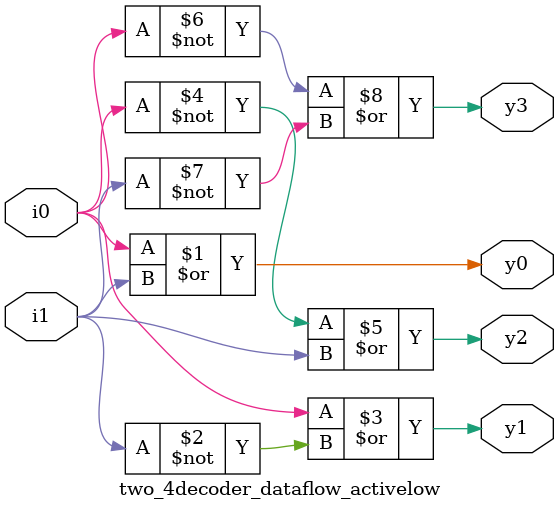
<source format=v>
`timescale 1ns / 1ps


module two_4decoder_dataflow_activelow(
input i0,i1,
output y0,y1,y2,y3);

assign y0=(i0|i1);
assign y1=(i0|~i1);
assign y2=(~i0|i1);
assign y3=(~i0|~i1);



endmodule

</source>
